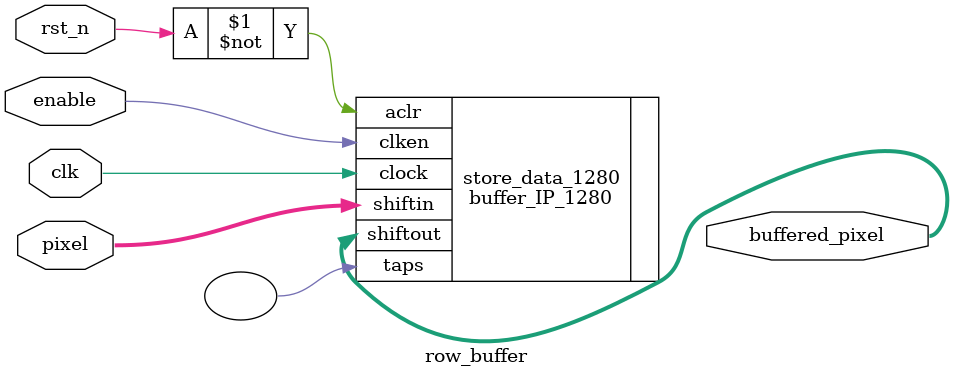
<source format=sv>
module row_buffer #(
    parameter ROW_SIZE = 1280,
    parameter PIXEL_SIZE = 12
) (
    input clk,
    input rst_n,
    input enable,
    input [PIXEL_SIZE-1:0] pixel,
    output reg [PIXEL_SIZE-1:0] buffered_pixel
);

    buffer_IP_1280 store_data_1280 (
        .aclr(~rst_n),
	    .clock(clk),
        .clken(enable),
	    .shiftin(pixel),
	    .shiftout(buffered_pixel),
	    .taps()
        
    );

    // WITHOUT buffer_IP 

    /*
    reg [PIXEL_SIZE-1:0] stored_row [ROW_SIZE-1:0];

    always_ff @(posedge clk) begin
        if (enable) begin
            buffered_pixel <= stored_row[ROW_SIZE - 1];
            for (integer i = 1; i < ROW_SIZE; i = i + 1) begin
                stored_row[i] <= stored_row[i - 1];
            end
            stored_row[0] <= pixel;
        end
    end */

endmodule
</source>
